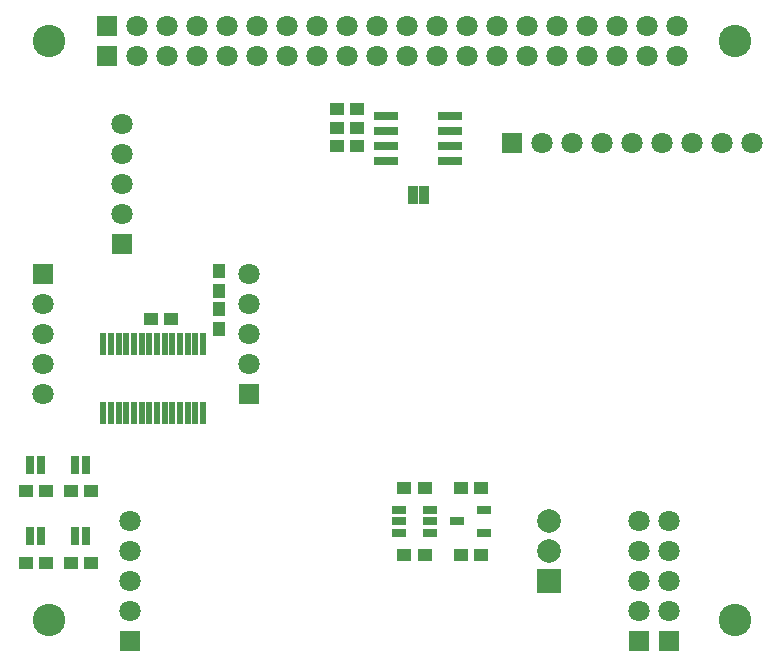
<source format=gts>
G04 DipTrace 3.0.0.1*
G04 pwm-controller.GTS*
%MOIN*%
G04 #@! TF.FileFunction,Soldermask,Top*
G04 #@! TF.Part,Single*
%ADD33C,0.108268*%
%ADD38R,0.082756X0.027638*%
%ADD40R,0.047323X0.027638*%
%ADD42C,0.078819*%
%ADD44R,0.078819X0.078819*%
%ADD46R,0.019764X0.074882*%
%ADD48R,0.043386X0.047323*%
%ADD50R,0.045354X0.029606*%
%ADD52R,0.034016X0.064016*%
%ADD54R,0.029016X0.064016*%
%ADD56C,0.070945*%
%ADD58R,0.070945X0.070945*%
%ADD60R,0.047323X0.043386*%
%FSLAX26Y26*%
G04*
G70*
G90*
G75*
G01*
G04 TopMask*
%LPD*%
D60*
X1969193Y748130D3*
X1902264D3*
Y973130D3*
X1969193D3*
D58*
X510728Y1685630D3*
D56*
Y1585630D3*
Y1485630D3*
Y1385630D3*
Y1285630D3*
D58*
X2498228Y460630D3*
D56*
Y560630D3*
Y660630D3*
Y760630D3*
Y860630D3*
D58*
X2598228Y460630D3*
D56*
Y560630D3*
Y660630D3*
Y760630D3*
Y860630D3*
D58*
X799228Y460630D3*
D56*
Y560630D3*
Y660630D3*
Y760630D3*
Y860630D3*
D58*
X2073228Y2123130D3*
D56*
X2173228D3*
X2273228D3*
X2373228D3*
X2473228D3*
X2573228D3*
X2673228D3*
X2773228D3*
X2873228D3*
D58*
X1198228Y1285630D3*
D56*
Y1385630D3*
Y1485630D3*
Y1585630D3*
Y1685630D3*
D58*
X773228Y1785630D3*
D56*
Y1885630D3*
Y1985630D3*
Y2085630D3*
Y2185630D3*
D58*
X723228Y2410630D3*
D56*
X823228D3*
X923228D3*
X1023228D3*
X1123228D3*
X1223228D3*
X1323228D3*
X1423228D3*
X1523228D3*
X1623228D3*
X1723228D3*
X1823228D3*
X1923228D3*
X2023228D3*
X2123228D3*
X2223228D3*
X2323228D3*
X2423228D3*
X2523228D3*
X2623228D3*
D58*
X723228Y2510630D3*
D56*
X823228D3*
X923228D3*
X1023228D3*
X1123228D3*
X1223228D3*
X1323228D3*
X1423228D3*
X1523228D3*
X1623228D3*
X1723228D3*
X1823228D3*
X1923228D3*
X2023228D3*
X2123228D3*
X2223228D3*
X2323228D3*
X2423228D3*
X2523228D3*
X2623228D3*
D54*
X504479Y1048130D3*
X466979D3*
X654479D3*
X616979D3*
X504479Y810630D3*
X466979D3*
X654479D3*
X616979D3*
D52*
X1741978Y1948130D3*
X1779478D3*
D50*
X1981004Y823228D3*
Y898031D3*
X1890453Y860630D3*
D60*
X452264Y960630D3*
X519193D3*
X602264D3*
X669193D3*
X452264Y723130D3*
X519193D3*
X602264D3*
X669193D3*
D48*
X1098228Y1502165D3*
Y1569094D3*
Y1694094D3*
Y1627165D3*
D60*
X935728Y1535630D3*
X868799D3*
X1781693Y973130D3*
X1714764D3*
X1781693Y748130D3*
X1714764D3*
X1489764Y2110630D3*
X1556693D3*
X1489764Y2235630D3*
X1556693D3*
X1489764Y2173130D3*
X1556693D3*
D46*
X710728Y1223130D3*
X736319D3*
X761909D3*
X787500D3*
X813091D3*
X838681D3*
X864272D3*
X889862D3*
X915453D3*
X941043D3*
X966634D3*
X992224D3*
X1017815D3*
X1043406D3*
Y1451484D3*
X1017815Y1451476D3*
X992224D3*
X966634D3*
X941043D3*
X915453D3*
X889862D3*
X864272D3*
X838681D3*
X813091D3*
X787500D3*
X761909D3*
X736319D3*
X710728D3*
D44*
X2198228Y660630D3*
D42*
Y760630D3*
Y860630D3*
D40*
X1695079Y898031D3*
Y860630D3*
Y823228D3*
X1801378D3*
Y860630D3*
Y898031D3*
D38*
X1867028Y2060630D3*
Y2110630D3*
Y2160630D3*
Y2210630D3*
X1654429D3*
Y2160630D3*
Y2110630D3*
Y2060630D3*
D33*
X2814961Y531496D3*
X531496Y2460630D3*
Y531496D3*
X2814961Y2460630D3*
M02*

</source>
